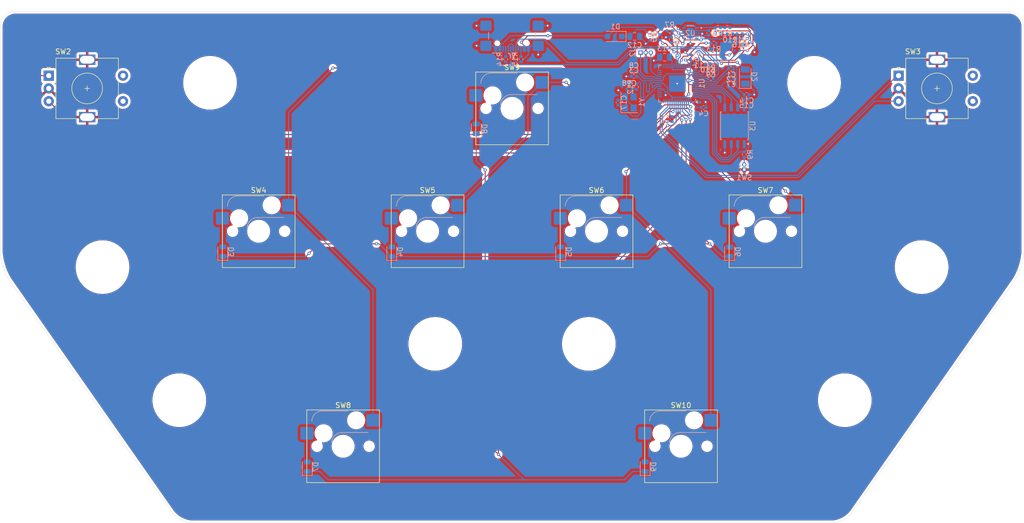
<source format=kicad_pcb>
(kicad_pcb (version 20240108) (generator "pcbnew") (generator_version "8.0")
  (layers (0 "F.Cu" signal) (31 "B.Cu" signal) (34 "B.Paste" user) (35 "F.Paste" user) (36 "B.SilkS" user "B.Silkscreen") (37 "F.SilkS" user "F.Silkscreen") (38 "B.Mask" user) (39 "F.Mask" user) (44 "Edge.Cuts" user))
  (net 0 "")
  (net 1 "+3V3")
  (net 2 "+1V1")
  (net 3 "Net-(U1-ADC_AVDD)")
  (net 4 "/VSYS")
  (net 5 "Net-(Q1-D)")
  (net 6 "Net-(C18-Pad1)")
  (net 7 "VBUS")
  (net 8 "Net-(D2-A)")
  (net 9 "ROW0")
  (net 10 "Net-(D3-A)")
  (net 11 "Net-(D4-A)")
  (net 12 "Net-(D5-A)")
  (net 13 "Net-(D6-A)")
  (net 14 "ROW1")
  (net 15 "Net-(D7-A)")
  (net 16 "Net-(D8-A)")
  (net 17 "Net-(D9-A)")
  (net 18 "/USB_DP")
  (net 19 "/USB_DM")
  (net 20 "Net-(J1-CC2)")
  (net 21 "Net-(J1-CC1)")
  (net 22 "Net-(J2-Pin_1)")
  (net 23 "Net-(J2-Pin_3)")
  (net 24 "Net-(U2-LX1)")
  (net 25 "Net-(U2-LX2)")
  (net 26 "/GPIO29_ADC3")
  (net 27 "Net-(R1-Pad1)")
  (net 28 "Net-(U1-USB_DP)")
  (net 29 "Net-(U1-USB_DM)")
  (net 30 "/GPIO24")
  (net 31 "Net-(U2-EN)")
  (net 32 "/GPIO23")
  (net 33 "Net-(R9-Pad1)")
  (net 34 "/QSPI_SS")
  (net 35 "/XOUT")
  (net 36 "Net-(U1-GPIO25)")
  (net 37 "ENC1B")
  (net 38 "ENC1A")
  (net 41 "ENC2A")
  (net 43 "ENC2B")
  (net 45 "COL0")
  (net 46 "COL1")
  (net 47 "COL2")
  (net 48 "COL3")
  (net 57 "/QSPI_SD2")
  (net 61 "/QSPI_SD3")
  (net 63 "/QSPI_SD1")
  (net 64 "/QSPI_SD0")
  (net 68 "/QSPI_SCLK")
  (net 71 "GND")
  (net 72 "/XIN")
  (footprint "PCM_Switch_Keyboard_Hotswap_Kailh:SW_Hotswap_Kailh_MX_1.50u" (layer "F.Cu") (at 118 96)
    (property "Reference" "SW4")
    (property "Value" "SW_Push")
  )
  (footprint "MountingHole:MountingHole_3.2mm_M3_ISO7380_Pad" (layer "F.Cu") (at 232.5 129)
    (property "Reference" "H6")
    (property "Value" "MountingHole")
  )
  (footprint "MountingHole:MountingHole_3.2mm_M3_ISO7380_Pad" (layer "F.Cu") (at 247.5 103)
    (property "Reference" "H4")
    (property "Value" "MountingHole")
  )
  (footprint "PCM_Switch_Keyboard_Hotswap_Kailh:SW_Hotswap_Kailh_MX_1.00u" (layer "F.Cu") (at 167.5 72)
    (property "Reference" "SW9")
    (property "Value" "SW_Push")
  )
  (footprint "MountingHole:MountingHole_3.2mm_M3_ISO7380_Pad" (layer "F.Cu") (at 108.5 67)
    (property "Reference" "H1")
    (property "Value" "MountingHole")
  )
  (footprint "MountingHole:MountingHole_3.2mm_M3_ISO7380_Pad" (layer "F.Cu") (at 226.5 67)
    (property "Reference" "H2")
    (property "Value" "MountingHole")
  )
  (footprint "PCM_Switch_Keyboard_Hotswap_Kailh:SW_Hotswap_Kailh_MX_1.50u" (layer "F.Cu") (at 217 96)
    (property "Reference" "SW7")
    (property "Value" "SW_Push")
  )
  (footprint "PCM_Switch_Keyboard_Hotswap_Kailh:SW_Hotswap_Kailh_MX_1.50u" (layer "F.Cu") (at 151 96)
    (property "Reference" "SW5")
    (property "Value" "SW_Push")
  )
  (footprint "PCM_Switch_Keyboard_Hotswap_Kailh:SW_Hotswap_Kailh_MX_2.25u" (layer "F.Cu") (at 134.5 138)
    (property "Reference" "SW8")
    (property "Value" "SW_Push")
  )
  (footprint "MountingHole:MountingHole_3.2mm_M3_ISO7380_Pad" (layer "F.Cu") (at 87.5 103)
    (property "Reference" "H3")
    (property "Value" "MountingHole")
  )
  (footprint "PCM_Switch_Keyboard_Hotswap_Kailh:SW_Hotswap_Kailh_MX_1.50u" (layer "F.Cu") (at 184 96)
    (property "Reference" "SW6")
    (property "Value" "SW_Push")
  )
  (footprint "PCM_Switch_Keyboard_Hotswap_Kailh:SW_Hotswap_Kailh_MX_2.25u" (layer "F.Cu") (at 200.5 138)
    (property "Reference" "SW10")
    (property "Value" "SW_Push")
  )
  (footprint "Rotary_Encoder:RotaryEncoder_Alps_EC11E-Switch_Vertical_H20mm" (layer "F.Cu") (at 243 65.6)
    (property "Reference" "SW3")
    (property "Value" "RotaryEncoder_Switch_MP")
  )
  (footprint "Rotary_Encoder:RotaryEncoder_Alps_EC11E-Switch_Vertical_H20mm" (layer "F.Cu") (at 77 65.6)
    (property "Reference" "SW2")
    (property "Value" "RotaryEncoder_Switch_MP")
  )
  (footprint "MountingHole:MountingHole_3.2mm_M3_ISO7380_Pad" (layer "F.Cu") (at 102.5 129)
    (property "Reference" "H5")
    (property "Value" "MountingHole")
  )
  (footprint "MountingHole:MountingHole_3.2mm_M3_ISO7380_Pad" (layer "F.Cu") (at 152.5 118)
    (property "Reference" "H7")
    (property "Value" "MountingHole")
  )
  (footprint "MountingHole:MountingHole_3.2mm_M3_ISO7380_Pad" (layer "F.Cu") (at 182.5 118)
    (property "Reference" "H8")
    (property "Value" "MountingHole")
  )
  (footprint "Capacitor_SMD:C_0402_1005Metric" (layer "B.Cu") (at 204.42 62.38)
    (property "Reference" "C11")
    (property "Value" "2u2")
  )
  (footprint "Resistor_SMD:R_0402_1005Metric" (layer "B.Cu") (at 196.4 58.11 -90)
    (property "Reference" "R5")
    (property "Value" "5K6")
  )
  (footprint "Capacitor_SMD:C_0402_1005Metric" (layer "B.Cu") (at 210.3 66.15)
    (property "Reference" "C7")
    (property "Value" "100n")
  )
  (footprint "footprints:10-WFDFN-EP_RIT" (layer "B.Cu") (at 202.3192 57.300001 180)
    (property "Reference" "U2")
    (property "Value" "RT6150B-33GQW")
  )
  (footprint "Capacitor_SMD:C_0402_1005Metric" (layer "B.Cu") (at 206.33 64.23)
    (property "Reference" "C9")
    (property "Value" "2u2")
  )
  (footprint "Resistor_SMD:R_0402_1005Metric" (layer "B.Cu") (at 191.8 67.8 -90)
    (property "Reference" "R12")
    (property "Value" "1K")
  )
  (footprint "Capacitor_SMD:C_0402_1005Metric" (layer "B.Cu") (at 202.35 61.98 90)
    (property "Reference" "C6")
    (property "Value" "100n")
  )
  (footprint "Diode_SMD:D_0805_2012Metric" (layer "B.Cu") (at 127.5 142 90)
    (property "Reference" "D7")
    (property "Value" "D")
  )
  (footprint "Diode_SMD:D_0805_2012Metric" (layer "B.Cu") (at 160.5 76 90)
    (property "Reference" "D8")
    (property "Value" "D")
  )
  (footprint "Capacitor_SMD:C_0402_1005Metric" (layer "B.Cu") (at 191.3 65.75 180)
    (property "Reference" "C3")
    (property "Value" "100n")
  )
  (footprint "Resistor_SMD:R_0402_1005Metric" (layer "B.Cu") (at 211.95 57.45)
    (property "Reference" "R11")
    (property "Value" "R")
  )
  (footprint "Connector_USB:USB_C_Receptacle_GCT_USB4110" (layer "B.Cu") (at 167.5 56.675)
    (property "Reference" "J1")
    (property "Value" "USB_C_Receptacle_USB2.0_14P")
  )
  (footprint "Resistor_SMD:R_0402_1005Metric" (layer "B.Cu") (at 210.09 57.45)
    (property "Reference" "R10")
    (property "Value" "R")
  )
  (footprint "Diode_SMD:D_0805_2012Metric" (layer "B.Cu") (at 210 100 90)
    (property "Reference" "D6")
    (property "Value" "D")
  )
  (footprint "Resistor_SMD:R_0402_1005Metric" (layer "B.Cu") (at 206.89 59.25)
    (property "Reference" "R13")
    (property "Value" "470R")
  )
  (footprint "Crystal:Crystal_SMD_3225-4Pin_3.2x2.5mm" (layer "B.Cu") (at 190.4 70.85 90)
    (property "Reference" "Y1")
    (property "Value" "Crystal_GND24")
  )
  (footprint "Diode_SMD:D_0805_2012Metric" (layer "B.Cu") (at 111 100 90)
    (property "Reference" "D3")
    (property "Value" "D")
  )
  (footprint "Diode_SMD:D_0805_2012Metric" (layer "B.Cu") (at 144 100 90)
    (property "Reference" "D4")
    (property "Value" "D")
  )
  (footprint "Capacitor_SMD:C_0402_1005Metric" (layer "B.Cu") (at 213.3 70.25)
    (property "Reference" "C15")
    (property "Value" "100n")
  )
  (footprint "Package_DFN_QFN:QFN-56-1EP_7x7mm_P0.4mm_EP3.2x3.2mm" (layer "B.Cu") (at 199.75 67.15 90)
    (property "Reference" "U1")
    (property "Value" "RP2040")
  )
  (footprint "Capacitor_SMD:C_0805_2012Metric" (layer "B.Cu") (at 197.3 62 180)
    (property "Reference" "C13")
    (property "Value" "47u")
  )
  (footprint "Capacitor_SMD:C_0805_2012Metric" (layer "B.Cu") (at 191.45 57.95)
    (property "Reference" "C12")
    (property "Value" "47u")
  )
  (footprint "Resistor_SMD:R_0402_1005Metric" (layer "B.Cu") (at 195 58.6 180)
    (property "Reference" "R6")
    (property "Value" "10K")
  )
  (footprint "Capacitor_SMD:C_0402_1005Metric" (layer "B.Cu") (at 210.3 65.2)
    (property "Reference" "C2")
    (property "Value" "100n")
  )
  (footprint "Resistor_SMD:R_0402_1005Metric" (layer "B.Cu") (at 206.33 66.15 180)
    (property "Reference" "R3")
    (property "Value" "27R")
  )
  (footprint "Diode_SMD:D_0805_2012Metric" (layer "B.Cu") (at 193.5 142 90)
    (property "Reference" "D9")
    (property "Value" "D")
  )
  (footprint "Resistor_SMD:R_0402_1005Metric" (layer "B.Cu") (at 169.25 62.39 -90)
    (property "Reference" "R15")
    (property "Value" "56K")
  )
  (footprint "Resistor_SMD:R_0402_1005Metric" (layer "B.Cu") (at 198.29 56.85 180)
    (property "Reference" "R7")
    (property "Value" "100K")
  )
  (footprint "Package_TO_SOT_SMD:SOT-523" (layer "B.Cu") (at 211.44 60.045 90)
    (property "Reference" "Q1")
    (property "Value" "DMG1012T")
  )
  (footprint "LED_SMD:LED_1206_3216Metric" (layer "B.Cu") (at 213.05 65.8 90)
    (property "Reference" "D2")
    (property "Value" "LED")
  )
  (footprint "Connector_PinHeader_1.00mm:PinHeader_1x02_P1.00mm_Vertical" (layer "B.Cu") (at 212.85 83.96)
    (property "Reference" "SW1")
    (property "Value" "SW_Push")
  )
  (footprint "Resistor_SMD:R_0402_1005Metric" (layer "B.Cu") (at 207.71 56.2)
    (property "Reference" "R2")
    (property "Value" "200R")
  )
  (footprint "Resistor_SMD:R_0402_1005Metric" (layer "B.Cu") (at 206.33 65.2 180)
    (property "Reference" "R4")
    (property "Value" "27R")
  )
  (footprint "Package_SO:SOIC-8_5.23x5.23mm_P1.27mm" (layer "B.Cu") (at 210.95 75.4 90)
    (property "Reference" "U3")
    (property "Value" "W25Q16JVSS")
  )
  (footprint "Resistor_SMD:R_0402_1005Metric" (layer "B.Cu") (at 212.85 81 90)
    (property "Reference" "R9")
    (property "Value" "1K")
  )
  (footprint "Capacitor_SMD:C_0402_1005Metric" (layer "B.Cu") (at 204.92 71.85)
    (property "Reference" "C4")
    (property "Value" "100n")
  )
  (footprint "Capacitor_SMD:C_0402_1005Metric" (layer "B.Cu") (at 205.72 63.3)
    (property "Reference" "C10")
    (property "Value" "2u2")
  )
  (footprint "Resistor_SMD:R_0402_1005Metric" (layer "B.Cu") (at 198.6 58.6 90)
    (property "Reference" "R8")
    (property "Value" "100K")
  )
  (footprint "Capacitor_SMD:C_0402_1005Metric" (layer "B.Cu") (at 211.95 58.4)
    (property "Reference" "C16")
    (property "Value" "1n")
  )
  (footprint "Resistor_SMD:R_0402_1005Metric" (layer "B.Cu") (at 166.25 62.39 -90)
    (property "Reference" "R14")
    (property "Value" "56K")
  )
  (footprint "Capacitor_SMD:C_0402_1005Metric" (layer "B.Cu") (at 198.75 74.1 -90)
    (property "Reference" "C5")
    (property "Value" "100n")
  )
  (footprint "Capacitor_SMD:C_0402_1005Metric" (layer "B.Cu") (at 210.3 64.25)
    (property "Reference" "C1")
    (property "Value" "100n")
  )
  (footprint "Capacitor_SMD:C_0402_1005Metric" (layer "B.Cu") (at 213.3 69.3)
    (property "Reference" "C14")
    (property "Value" "2u2")
  )
  (footprint "Capacitor_SMD:C_0402_1005Metric" (layer "B.Cu") (at 190.4 68.25 180)
    (property "Reference" "C18")
    (property "Value" "15p")
  )
  (footprint "Diode_SMD:D_0805_2012Metric" (layer "B.Cu") (at 177 100 90)
    (property "Reference" "D5")
    (property "Value" "D")
  )
  (footprint "Capacitor_SMD:C_0402_1005Metric" (layer "B.Cu") (at 188.2 70.85 90)
    (property "Reference" "C17")
    (property "Value" "15p")
  )
  (footprint "Connector_PinHeader_1.00mm:PinHeader_1x03_P1.00mm_Vertical" (layer "B.Cu") (at 192.6 61.1 -90)
    (property "Reference" "J2")
    (property "Value" "Conn_01x03")
  )
  (footprint "Capacitor_SMD:C_0402_1005Metric" (layer "B.Cu") (at 205.9 57.3 90)
    (property "Reference" "L1")
    (property "Value" "2u2")
  )
  (footprint "Resistor_SMD:R_0402_1005Metric" (layer "B.Cu") (at 209.57 56.2)
    (property "Reference" "R1")
    (property "Value" "1R")
  )
  (footprint "Diode_SMD:D_SOD-123F" (layer "B.Cu") (at 187.55 57.95 180)
    (property "Reference" "D1")
    (property "Value" "D_Schottky")
  )
  (footprint "Capacitor_SMD:C_0402_1005Metric" (layer "B.Cu") (at 191.3 64.8 180)
    (property "Reference" "C8")
    (property "Value" "100n")
  )
  (gr_line (start 265.779613 105.457695) (end 234.220386 150.542304) (stroke (width 0.05)) (layer "Edge.Cuts"))
  (gr_line (start 70.5 53) (end 264.5 53) (stroke (width 0.05)) (layer "Edge.Cuts"))
  (gr_line (start 67.500002 100) (end 67.5 56) (stroke (width 0.05)) (layer "Edge.Cuts"))
  (gr_arc (start 105.5 152.999999) (mid 102.8177 152.389808) (end 100.779614 150.542304) (stroke (width 0.05)) (layer "Edge.Cuts"))
  (gr_arc (start 69.220388 105.457695) (mid 68.038736 102.830179) (end 67.500002 100) (stroke (width 0.05)) (layer "Edge.Cuts"))
  (gr_arc (start 67.5 56) (mid 68.37868 53.87868) (end 70.5 53) (stroke (width 0.05)) (layer "Edge.Cuts"))
  (gr_arc (start 264.5 53) (mid 266.62132 53.87868) (end 267.5 56) (stroke (width 0.05)) (layer "Edge.Cuts"))
  (gr_line (start 229.5 152.999999) (end 105.5 152.999999) (stroke (width 0.05)) (layer "Edge.Cuts"))
  (gr_arc (start 267.499999 100) (mid 266.961265 102.830179) (end 265.779613 105.457695) (stroke (width 0.05)) (layer "Edge.Cuts"))
  (gr_line (start 100.779614 150.542304) (end 69.220388 105.457695) (stroke (width 0.05)) (layer "Edge.Cuts"))
  (gr_line (start 267.5 56) (end 267.499999 100) (stroke (width 0.05)) (layer "Edge.Cuts"))
  (gr_arc (start 234.220386 150.542304) (mid 232.1823 152.389808) (end 229.5 152.999999) (stroke (width 0.05)) (layer "Edge.Cuts"))
  (segment (start 202.25 66.55) (end 202 66.8) (width 0.2) (layer "F.Cu") (net 1))
  (segment (start 213.698529 56.85) (end 214.55 57.701471) (width 0.2) (layer "F.Cu") (net 1))
  (segment (start 214.55 57.701471) (end 214.55 59.65) (width 0.2) (layer "F.Cu") (net 1))
  (segment (start 207.6 56.85) (end 213.698529 56.85) (width 0.2) (layer "F.Cu") (net 1))
  (segment (start 202.05 66.35) (end 202.25 66.55) (width 0.2) (layer "F.Cu") (net 1))
  (segment (start 214.55 59.65) (end 213.5 60.7) (width 0.2) (layer "F.Cu") (net 1))
  (segment (start 207.2 57.25) (end 207.6 56.85) (width 0.2) (layer "F.Cu") (net 1))
  (segment (start 202.05 64.85) (end 202.05 66.35) (width 0.2) (layer "F.Cu") (net 1))
  (segment (start 202 66.8) (end 202 69.2) (width 0.2) (layer "F.Cu") (net 1))
  (via (at 207.2 57.25) (size 0.6) (drill 0.3) (layers "F.Cu" "B.Cu") (net 1))
  (via (at 202.25 66.55) (size 0.6) (drill 0.3) (layers "F.Cu" "B.Cu") (net 1))
  (via (at 202.05 64.85) (size 0.6) (drill 0.3) (layers "F.Cu" "B.Cu") (net 1))
  (via (at 213.5 60.7) (size 0.6) (drill 0.3) (layers "F.Cu" "B.Cu") (net 1))
  (via (at 202 69.2) (size 0.6) (drill 0.3) (layers "F.Cu" "B.Cu") (net 1))
  (segment (start 205.281076 66.55) (end 205.501076 66.77) (width 0.2) (layer "B.Cu") (net 1))
  (segment (start 211.94 60.69) (end 209.82 62.81) (width 0.2) (layer "B.Cu") (net 1))
  (segment (start 202.25 66.55) (end 203.1875 66.55) (width 0.2) (layer "B.Cu") (net 1))
  (segment (start 207.2 56.2) (end 203.6384 56.2) (width 0.2) (layer "B.Cu") (net 1))
  (segment (start 201.1 56.1) (end 201.5 55.7) (width 0.2) (layer "B.Cu") (net 1))
  (segment (start 197.85 68.900001) (end 198.75 69.800001) (width 0.2) (layer "B.Cu") (net 1))
  (segment (start 211.35 67.83) (end 211.36 67.82) (width 0.2) (layer "B.Cu") (net 1))
  (segment (start 195.215686 66.95) (end 194.865686 66.6) (width 0.2) (layer "B.Cu") (net 1))
  (segment (start 201.5 55.7) (end 202.9384 55.7) (width 0.2) (layer "B.Cu") (net 1))
  (segment (start 202.9384 55.7) (end 203.5384 56.3) (width 0.2) (layer "B.Cu") (net 1))
  (segment (start 201.1 56.3) (end 201.1 56.1) (width 0.2) (layer "B.Cu") (net 1))
  (segment (start 211.95 60.7) (end 211.94 60.69) (width 0.2) (layer "B.Cu") (net 1))
  (segment (start 211.36 63.893866) (end 211.106134 63.64) (width 0.2) (layer "B.Cu") (net 1))
  (segment (start 192.95 66.6) (end 192.1 65.75) (width 0.2) (layer "B.Cu") (net 1))
  (segment (start 210.43 63.64) (end 209.82 64.25) (width 0.2) (layer "B.Cu") (net 1))
  (segment (start 212.82 69.3) (end 211.35 67.83) (width 0.2) (layer "B.Cu") (net 1))
  (segment (start 198.3 72.4) (end 198.3 73.17) (width 0.2) (layer "B.Cu") (net 1))
  (segment (start 205.24 63.3) (end 205.24 63.61) (width 0.2) (layer "B.Cu") (net 1))
  (segment (start 203.1875 66.55) (end 203.1875 66.95) (width 0.2) (layer "B.Cu") (net 1))
  (segment (start 203.6125 71.85) (end 204.44 71.85) (width 0.2) (layer "B.Cu") (net 1))
  (segment (start 203.1875 66.55) (end 205.281076 66.55) (width 0.2) (layer "B.Cu") (net 1))
  (segment (start 212.855 71.8) (end 212.855 69.335) (width 0.2) (layer "B.Cu") (net 1))
  (segment (start 207.18 66.77) (end 209.7 64.25) (width 0.2) (layer "B.Cu") (net 1))
  (segment (start 198.75 69.800001) (end 198.75 70.5875) (width 0.2) (layer "B.Cu") (net 1))
  (segment (start 202.15 64.95) (end 202.05 64.85) (width 0.2) (layer "B.Cu") (net 1))
  (segment (start 213.5 60.7) (end 211.95 60.7) (width 0.2) (layer "B.Cu") (net 1))
  (segment (start 211.36 67.82) (end 211.36 63.893866) (width 0.2) (layer "B.Cu") (net 1))
  (segment (start 198.75 64.24636) (end 198.75 63.7125) (width 0.2) (layer "B.Cu") (net 1))
  (segment (start 205.24 63.61) (end 203.9 64.95) (width 0.2) (layer "B.Cu") (net 1))
  (segment (start 209.82 62.81) (end 209.82 64.25) (width 0.2) (layer "B.Cu") (net 1))
  (segment (start 203.1875 66.95) (end 205.1 66.95) (width 0.2) (layer "B.Cu") (net 1))
  (segment (start 196.3125 66.95) (end 195.215686 66.95) (width 0.2) (layer "B.Cu") (net 1))
  (segment (start 198.75 70.5875) (end 198.75 71.95) (width 0.2) (layer "B.Cu") (net 1))
  (segment (start 198.75 63.7125) (end 198.75 62.5) (width 0.2) (layer "B.Cu") (net 1))
  (segment (start 203.6384 56.2) (end 203.5384 56.3) (width 0.2) (layer "B.Cu") (net 1))
  (segment (start 201.35 69.85) (end 200.7 69.85) (width 0.2) (layer "B.Cu") (net 1))
  (segment (start 202.35 63.7125) (end 202.35 62.46) (width 0.2) (layer "B.Cu") (net 1))
  (segment (start 198.75 62.5) (end 198.25 62) (width 0.2) (layer "B.Cu") (net 1))
  (segment (start 196.84636 66.95) (end 197.85 67.95364) (width 0.2) (layer "B.Cu") (net 1))
  (segment (start 202.05 64.85) (end 201.65 64.45) (width 0.2) (layer "B.Cu") (net 1))
  (segment (start 198.75 71.95) (end 198.3 72.4) (width 0.2) (layer "B.Cu") (net 1))
  (segment (start 202.35 70.5875) (end 203.6125 71.85) (width 0.2) (layer "B.Cu") (net 1))
  (segment (start 202 69.2) (end 201.35 69.85) (width 0.2) (layer "B.Cu") (net 1))
  (segment (start 202.35 64.55) (end 202.05 64.85) (width 0.2) (layer "B.Cu") (net 1))
  (segment (start 207.35 67.2) (end 209.35 65.2) (width 0.2) (layer "B.Cu") (net 1))
  (segment (start 198.95364 64.45) (end 198.75 64.24636) (width 0.2) (layer "B.Cu") (net 1))
  (segment (start 202.35 70.05364) (end 202.35 70.5875) (width 0.2) (layer "B.Cu") (net 1))
  (segment (start 205.1 66.95) (end 205.35 67.2) (width 0.2) (layer "B.Cu") (net 1))
  (segment (start 198.75 70.5875) (end 198.75 70.05364) (width 0.2) (layer "B.Cu") (net 1))
  (segment (start 205.35 67.2) (end 207.35 67.2) (width 0.2) (layer "B.Cu") (net 1))
  (segment (start 201.65 64.45) (end 198.95364 64.45) (width 0.2) (layer "B.Cu") (net 1))
  (segment (start 200.7 69.85) (end 202.14636 69.85) (width 0.2) (layer "B.Cu") (net 1))
  (segment (start 209.7 64.25) (end 209.82 64.25) (width 0.2) (layer "B.Cu") (net 1))
  (segment (start 198.3 73.17) (end 198.75 73.62) (width 0.2) (layer "B.Cu") (net 1))
  (segment (start 207.2 56.2) (end 207.2 57.25) (width 0.2) (layer "B.Cu") (net 1))
  (segment (start 203.9 64.95) (end 203.1875 64.95) (width 0.2) (layer "B.Cu") (net 1))
  (segment (start 192.1 65.75) (end 191.78 65.75) (width 0.2) (layer "B.Cu") (net 1))
  (segment (start 198.75 70.05364) (end 198.95364 69.85) (width 0.2) (layer "B.Cu") (net 1))
  (segment (start 202.35 63.7125) (end 202.35 64.55) (width 0.2) (layer "B.Cu") (net 1))
  (segment (start 203.1875 64.95) (end 202.15 64.95) (width 0.2) (layer "B.Cu") (net 1))
  (segment (start 205.501076 66.77) (end 207.18 66.77) (width 0.2) (layer "B.Cu") (net 1))
  (segment (start 209.35 65.2) (end 209.82 65.2) (width 0.2) (layer "B.Cu") (net 1))
  (segment (start 197.85 67.95364) (end 197.85 68.900001) (width 0.2) (layer "B.Cu") (net 1))
  (segment (start 212.855 69.335) (end 212.82 69.3) (width 0.2) (layer "B.Cu") (net 1))
  (segment (start 196.3125 66.95) (end 196.84636 66.95) (width 0.2) (layer "B.Cu") (net 1))
  (segment (start 211.106134 63.64) (end 210.43 63.64) (width 0.2) (layer "B.Cu") (net 1))
  (segment (start 198.95364 69.85) (end 200.7 69.85) (width 0.2) (layer "B.Cu") (net 1))
  (segment (start 194.865686 66.6) (end 192.95 66.6) (width 0.2) (layer "B.Cu") (net 1))
  (segment (start 202.14636 69.85) (end 202.35 70.05364) (width 0.2) (layer "B.Cu") (net 1))
  (segment (start 197.05 66.34636) (end 197.05 65.9) (width 0.2) (layer "B.Cu") (net 2))
  (segment (start 197.7 65.25) (end 201.601471 65.25) (width 0.2) (layer "B.Cu") (net 2))
  (segment (start 205.184314 67.6) (end 208.37 67.6) (width 0.2) (layer "B.Cu") (net 2))
  (segment (start 201.65 66.798529) (end 202.201471 67.35) (width 0.2) (layer "B.Cu") (net 2))
  (segment (start 196.84636 66.55) (end 197.05 66.34636) (width 0.2) (layer "B.Cu") (net 2))
  (segment (start 196.3125 66.55) (end 195.381372 66.55) (width 0.2) (layer "B.Cu") (net 2))
  (segment (start 195.381372 66.55) (end 195.031372 66.2) (width 0.2) (layer "B.Cu") (net 2))
  (segment (start 203.1875 67.35) (end 204.934314 67.35) (width 0.2) (layer "B.Cu") (net 2))
  (segment (start 197.05 65.9) (end 197.7 65.25) (width 0.2) (layer "B.Cu") (net 2))
  (segment (start 202.501471 65.45) (end 202.601471 65.35) (width 0.2) (layer "B.Cu") (net 2))
  (segment (start 201.65 66.301471) (end 201.65 66.798529) (width 0.2) (layer "B.Cu") (net 2))
  (segment (start 208.37 67.6) (end 209.82 66.15) (width 0.2) (layer "B.Cu") (net 2))
  (segment (start 191.9 64.8) (end 191.78 64.8) (width 0.2) (layer "B.Cu") (net 2))
  (segment (start 195.031372 66.2) (end 193.3 66.2) (width 0.2) (layer "B.Cu") (net 2))
  (segment (start 204.934314 67.35) (end 205.184314 67.6) (width 0.2) (layer "B.Cu") (net 2))
  (segment (start 202.601471 65.35) (end 201.65 66.301471) (width 0.2) (layer "B.Cu") (net 2))
  (segment (start 202.201471 67.35) (end 203.1875 67.35) (width 0.2) (layer "B.Cu") (net 2))
  (segment (start 205.85 64.23) (end 204.73 65.35) (width 0.2) (layer "B.Cu") (net 2))
  (segment (start 193.3 66.2) (end 191.9 64.8) (width 0.2) (layer "B.Cu") (net 2))
  (segment (start 201.601471 65.25) (end 201.801471 65.45) (width 0.2) (layer "B.Cu") (net 2))
  (segment (start 196.3125 66.55) (end 196.84636 66.55) (width 0.2) (layer "B.Cu") (net 2))
  (segment (start 204.73 65.35) (end 203.1875 65.35) (width 0.2) (layer "B.Cu") (net 2))
  (segment (start 201.801471 65.45) (end 202.501471 65.45) (width 0.2) (layer "B.Cu") (net 2))
  (segment (start 202.601471 65.35) (end 203.1875 65.35) (width 0.2) (layer "B.Cu") (net 2))
  (segment (start 203.95 61.35) (end 205.2 62.6) (width 0.2) (layer "F.Cu") (net 3))
  (segment (start 211.05 62.6) (end 212.7 60.95) (width 0.2) (layer "F.Cu") (net 3))
  (segment (start 212.7 59.1) (end 213.45 58.35) (width 0.2) (layer "F.Cu") (net 3))
  (segment (start 205.2 62.6) (end 211.05 62.6) (width 0.2) (layer "F.Cu") (net 3))
  (segment (start 212.7 60.95) (end 212.7 59.1) (width 0.2) (layer "F.Cu") (net 3))
  (via (at 203.95 61.35) (size 0.6) (drill 0.3) (layers "F.Cu" "B.Cu") (net 3))
  (via (at 213.45 58.35) (size 0.6) (drill 0.3) (layers "F.Cu" "B.Cu") (net 3))
  (segment (start 203.94 61.36) (end 203.95 61.35) (width 0.2) (layer "B.Cu") (net 3))
  (segment (start 213.45 58.35) (end 214.05 57.75) (width 0.2) (layer "B.Cu") (net 3))
  (segment (start 203.94 63.7975) (end 203.1875 64.55) (width 0.2) (layer "B.Cu") (net 3))
  (segment (start 203.94 62.38) (end 203.94 63.7975) (width 0.2) (layer "B.Cu") (net 3))
  (segment (start 203.94 62.38) (end 203.94 61.36) (width 0.2) (layer "B.Cu") (net 3))
  (segment (start 213.45 56.2) (end 210.08 56.2) (width 0.2) (layer "B.Cu") (net 3))
  (segment (start 214.05 56.8) (end 213.45 56.2) (width 0.2) (layer "B.Cu") (net 3))
  (segment (start 214.05 57.75) (end 214.05 56.8) (width 0.2) (layer "B.Cu") (net 3))
  (segment (start 198.80909 56.1) (end 197 56.1) (width 0.2) (layer "F.Cu") (net 4))
  (segment (start 201.32909 58.62) (end 199.993556 57.284466) (width 0.2) (layer "F.Cu") (net 4))
  (segment (start 195.4 57.7) (end 194.45 57.7) (width 0.2) (layer "F.Cu") (net 4))
  (segment (start 199.993556 57.284466) (end 198.80909 56.1) (width 0.2) (layer "F.Cu") (net 4))
  (segment (start 204.416624 58.62) (end 201.32909 58.62) (width 0.2) (layer "F.Cu") (net 4))
  (segment (start 197 56.1) (end 195.4 57.7) (width 0.2) (layer "F.Cu") (net 4))
  (via (at 194.45 57.7) (size 0.6) (drill 0.3) (layers "F.Cu" "B.Cu") (net 4))
  (via (at 199.993556 57.284466) (size 0.6) (drill 0.3) (layers "F.Cu" "B.Cu") (net 4))
  (via (at 204.416624 58.62) (size 0.6) (drill 0.3) (layers "F.Cu" "B.Cu") (net 4))
  (segment (start 188.95 57.95) (end 190.5 57.95) (width 0.2) (layer "B.Cu") (net 4))
  (segment (start 191.9 56.55) (end 193.3 56.55) (width 0.2) (layer "B.Cu") (net 4))
  (segment (start 199.55909 56.85) (end 199.993556 57.284466) (width 0.2) (layer "B.Cu") (net 4))
  (segment (start 198.8 56.85) (end 199.55909 56.85) (width 0.2) (layer "B.Cu") (net 4))
  (segment (start 208.61 58.42) (end 209.58 57.45) (width 0.2) (layer "B.Cu") (net 4))
  (segment (start 200.009091 57.300001) (end 199.993556 57.284466) (width 0.2) (layer "B.Cu") (net 4))
  (segment (start 204.616624 58.42) (end 208.61 58.42) (width 0.2) (layer "B.Cu") (net 4))
  (segment (start 204.416624 58.62) (end 204.616624 58.42) (width 0.2) (layer "B.Cu") (net 4))
  (segment (start 193.3 56.55) (end 194.45 57.7) (width 0.2) (layer "B.Cu") (net 4))
  (segment (start 203.858398 58.62) (end 203.5384 58.300002) (width 0.2) (layer "B.Cu") (net 4))
  (segment (start 204.416624 58.62) (end 203.858398 58.62) (width 0.2) (layer "B.Cu") (net 4))
  (segment (start 190.5 57.95) (end 191.9 56.55) (width 0.2) (layer "B.Cu") (net 4))
  (segment (start 201.1 57.300001) (end 200.009091 57.300001) (width 0.2) (layer "B.Cu") (net 4))
  (segment (start 211.44 59.4) (end 211.44 57.45) (width 0.2) (layer "B.Cu") (net 5))
  (segment (start 210.6 57.45) (end 211.44 57.45) (width 0.2) (layer "B.Cu") (net 5))
  (segment (start 190.88 69.38) (end 191.25 69.75) (width 0.2) (layer "B.Cu") (net 6))
  (segment (start 190.94 68.31) (end 190.88 68.25) (width 0.2) (layer "B.Cu") (net 6))
  (segment (start 191.8 68.31) (end 190.94 68.31) (width 0.2) (layer "B.Cu") (net 6))
  (segment (start 190.88 68.25) (end 190.88 69.38) (width 0.2) (layer "B.Cu") (net 6))
  (segment (start 170.60306 57.8) (end 174.5 57.8) (width 0.2) (layer "F.Cu") (net 7))
  (segment (start 169.32306 59.08) (end 170.60306 57.8) (width 0.2) (layer "F.Cu") (net 7))
  (via (at 174.5 57.8) (size 0.6) (drill 0.3) (layers "F.Cu" "B.Cu") (net 7))
  (via (at 169.32306 59.08) (size 0.6) (drill 0.3) (layers "F.Cu" "B.Cu") (net 7))
  (segment (start 165.1 60.355) (end 165.1 59.89759) (width 0.2) (layer "B.Cu") (net 7))
  (segment (start 165.1 59.89759) (end 167.19759 57.8) (width 0.2) (layer "B.Cu") (net 7))
  (segment (start 169.9 59.780001) (end 169.32306 59.203061) (width 0.2) (layer "B.Cu") (net 7))
  (segment (start 194.95 56.15) (end 196.4 57.6) (width 0.2) (layer "B.Cu") (net 7))
  (segment (start 186.15 57.95) (end 187.95 56.15) (width 0.2) (layer "B.Cu") (net 7))
  (segment (start 187.95 56.15) (end 194.95 56.15) (width 0.2) (layer "B.Cu") (net 7))
  (segment (start 174.5 57.8) (end 186 57.8) (width 0.2) (layer "B.Cu") (net 7))
  (segment (start 186 57.8) (end 186.15 57.95) (width 0.2) (layer "B.Cu") (net 7))
  (segment (start 169.32306 59.203061) (end 169.32306 59.08) (width 0.2) (layer "B.Cu") (net 7))
  (segment (start 169.9 60.355) (end 169.9 59.780001) (width 0.2) (layer "B.Cu") (net 7))
  (segment (start 167.19759 57.8) (end 174.5 57.8) (width 0.2) (layer "B.Cu") (net 7))
  (segment (start 210.5 63) (end 211.5 63) (width 0.2) (layer "F.Cu") (net 8))
  (segment (start 208.600124 63) (end 210.55 63) (width 0.2) (layer "F.Cu") (net 8))
  (segment (start 210.55 63) (end 210.5 63) (width 0.2) (layer "F.Cu") (net 8))
  (segment (start 208.399999 63.200125) (end 208.600124 63) (width 0.2) (layer "F.Cu") (net 8))
  (via (at 208.399999 63.200125) (size 0.6) (drill 0.3) (layers "F.Cu" "B.Cu") (net 8))
  (via (at 211.5 63) (size 0.6) (drill 0.3) (layers "F.Cu" "B.Cu") (net 8))
  (segment (start 211.5 63) (end 212.9 64.4) (width 0.2) (layer "B.Cu") (net 8))
  (segment (start 212.9 64.4) (end 213.05 64.4) (width 0.2) (layer "B.Cu") (net 8))
  (segment (start 207.4 59.25) (end 207.4 62.200126) (width 0.2) (layer "B.Cu") (net 8))
  (segment (start 207.4 62.200126) (end 208.399999 63.200125) (width 0.2) (layer "B.Cu") (net 8))
  (segment (start 129.7 98.45) (end 127.85 100.3) (width 0.2) (layer "F.Cu") (net 9))
  (segment (start 201.5 93.85) (end 206.1 98.45) (width 0.2) (layer "F.Cu") (net 9))
  (segment (start 201.5 93.85) (end 201.5 74.2) (width 0.2) (layer "F.Cu") (net 9))
  (segment (start 141 98.45) (end 129.7 98.45) (width 0.2) (layer "F.Cu") (net 9))
  (segment (start 206.1 98.45) (end 196.5 98.45) (width 0.2) (layer "F.Cu") (net 9))
  (via (at 206.1 98.45) (size 0.6) (drill 0.3) (layers "F.Cu" "B.Cu") (net 9))
  (via (at 127.85 100.3) (size 0.6) (drill 0.3) (layers "F.Cu" "B.Cu") (net 9))
  (via (at 141 98.45) (size 0.6) (drill 0.3) (layers "F.Cu" "B.Cu") (net 9))
  (via (at 196.5 98.45) (size 0.6) (drill 0.3) (layers "F.Cu" "B.Cu") (net 9))
  (via (at 201.5 74.2) (size 0.6) (drill 0.3) (layers "F.Cu" "B.Cu") (net 9))
  (segment (start 141.035 98.485) (end 141 98.45) (width 0.2) (layer "B.Cu") (net 9))
  (segment (start 200.35 70.5875) (end 200.35 73.05) (width 0.2) (layer "B.Cu") (net 9))
  (segment (start 141.5125 98.45) (end 144 100.9375) (width 0.2) (layer "B.Cu") (net 9))
  (segment (start 200.35 73.05) (end 201.5 74.2) (width 0.2) (layer "B.Cu") (net 9))
  (segment (start 194.0125 100.9375) (end 196.5 98.45) (width 0.2) (layer "B.Cu") (net 9))
  (segment (start 208.5875 100.9375) (end 210 100.9375) (width 0.2) (layer "B.Cu") (net 9))
  (segment (start 206.1 98.45) (end 208.5875 100.9375) (width 0.2) (layer "B.Cu") (net 9))
  (segment (start 177 100.9375) (end 194.0125 100.9375) (width 0.2) (layer "B.Cu") (net 9))
  (segment (start 127.2125 100.9375) (end 127.85 100.3) (width 0.2) (layer "B.Cu") (net 9))
  (segment (start 111 100.9375) (end 127.2125 100.9375) (width 0.2) (layer "B.Cu") (net 9))
  (segment (start 144 100.9375) (end 177 100.9375) (width 0.2) (layer "B.Cu") (net 9))
  (segment (start 141 98.45) (end 141.5125 98.45) (width 0.2) (layer "B.Cu") (net 9))
  (segment (start 111 93.545) (end 110.915 93.46) (width 0.2) (layer "B.Cu") (net 10))
  (segment (start 111 99.0625) (end 111 93.545) (width 0.2) (layer "B.Cu") (net 10))
  (segment (start 144 93.545) (end 143.915 93.46) (width 0.2) (layer "B.Cu") (net 11))
  (segment (start 144 99.0625) (end 144 93.545) (width 0.2) (layer "B.Cu") (net 11))
  (segment (start 177 93.545) (end 176.915 93.46) (width 0.2) (layer "B.Cu") (net 12))
  (segment (start 177 99.0625) (end 177 93.545) (width 0.2) (layer "B.Cu") (net 12))
  (segment (start 210 93.545) (end 209.915 93.46) (width 0.2) (layer "B.Cu") (net 13))
  (segment (start 210 99.0625) (end 210 93.545) (width 0.2) (layer "B.Cu") (net 13))
  (segment (start 164.85 125.2) (end 164.85 139.6) (width 0.2) (layer "F.Cu") (net 14))
  (segment (start 200.684313 89.365687) (end 164.85 125.2) (width 0.2) (layer "F.Cu") (net 14))
  (segment (start 200.65 74.3) (end 200.684313 74.334313) (width 0.2) (layer "F.Cu") (net 14))
  (segment (start 162.25 137) (end 164.85 139.6) (width 0.2) (layer "F.Cu") (net 14))
  (segment (start 200.684313 89.365687) (end 200.65 89.331374) (width 0.2) (layer "F.Cu") (net 14))
  (segment (start 162.25 84.05) (end 162.25 137) (width 0.2) (layer "F.Cu") (net 14))
  (segment (start 200.65 89.331374) (end 200.65 74.3) (width 0.2) (layer "F.Cu") (net 14))
  (via (at 200.65 74.3) (size 0.6) (drill 0.3) (layers "F.Cu" "B.Cu") (net 14))
  (via (at 164.85 139.6) (size 0.6) (drill 0.3) (layers "F.Cu" "B.Cu") (net 14))
  (via (at 162.25 84.05) (size 0.6) (drill 0.3) (layers "F.Cu" "B.Cu") (net 14))
  (segment (start 199.95 73.6) (end 200.65 74.3) (width 0.2) (layer "B.Cu") (net 14))
  (segment (start 160.5 76.9375) (end 160.5 82.3) (width 0.2) (layer "B.Cu") (net 14))
  (segment (start 170.3 144.55) (end 189.435 144.55) (width 0.2) (layer "B.Cu") (net 14))
  (segment (start 191.0475 142.9375) (end 189.435 144.55) (width 0.2) (layer "B.Cu") (net 14))
  (segment (start 164.85 139.6) (end 169.8 144.55) (width 0.2) (layer "B.Cu") (net 14))
  (segment (start 127.5 142.9375) (end 129.9525 142.9375) (width 0.2) (layer "B.Cu") (net 14))
  (segment (start 169.8 144.55) (end 170.3 144.55) (width 0.2) (layer "B.Cu") (net 14))
  (segment (start 199.95 70.5875) (end 199.95 73.6) (width 0.2) (layer "B.Cu") (net 14))
  (segment (start 160.5 82.3) (end 162.25 84.05) (width 0.2) (layer "B.Cu") (net 14))
  (segment (start 131.565 144.55) (end 170.3 144.55) (width 0.2) (layer "B.Cu") (net 14))
  (segment (start 193.5 142.9375) (end 191.0475 142.9375) (width 0.2) (layer "B.Cu") (net 14))
  (segment (start 129.9525 142.9375) (end 131.565 144.55) (width 0.2) (layer "B.Cu") (net 14))
  (segment (start 127.5 135.545) (end 127.415 135.46) (width 0.2) (layer "B.Cu") (net 15))
  (segment (start 127.5 141.0625) (end 127.5 135.545) (width 0.2) (layer "B.Cu") (net 15))
  (segment (start 160.5 75.0625) (end 160.5 69.545) (width 0.2) (layer "B.Cu") (net 16))
  (segment (start 160.5 69.545) (end 160.415 69.46) (width 0.2) (layer "B.Cu") (net 16))
  (segment (start 193.5 135.545) (end 193.415 135.46) (width 0.2) (layer "B.Cu") (net 17))
  (segment (start 193.5 141.0625) (end 193.5 135.545) (width 0.2) (layer "B.Cu") (net 17))
  (segment (start 207.8 65.19) (end 207.8 63.198629) (width 0.2) (layer "B.Cu") (net 18))
  (segment (start 167.25 60.96241) (end 167.51759 61.23) (width 0.2) (layer "B.Cu") (net 18))
  (segment (start 188.114314 63.07) (end 178.274744 63.07) (width 0.2) (layer "B.Cu") (net 18))
  (segment (start 206.84 66.15) (end 207.8 65.19) (width 0.2) (layer "B.Cu") (net 18))
  (segment (start 207.8 63.198629) (end 204.785685 60.184315) (width 0.2) (layer "B.Cu") (net 18))
  (segment (start 178.274744 63.07) (end 173.684744 58.48) (width 0.2) (layer "B.Cu") (net 18))
  (segment (start 167.51759 61.23) (end 168.02 61.23) (width 0.2) (layer "B.Cu") (net 18))
  (segment (start 191.234314 59.95) (end 188.114314 63.07) (width 0.2) (layer "B.Cu") (net 18))
  (segment (start 168.25 59.24759) (end 168.25 60.355) (width 0.2) (layer "B.Cu") (net 18))
  (segment (start 167.25 60.355) (end 167.25 60.96241) (width 0.2) (layer "B.Cu") (net 18))
  (segment (start 204.785685 60.184315) (end 204.551371 59.95) (width 0.2) (layer "B.Cu") (net 18))
  (segment (start 168.25 61) (end 168.25 60.355) (width 0.2) (layer "B.Cu") (net 18))
  (segment (start 169.01759 58.48) (end 168.25 59.24759) (width 0.2) (layer "B.Cu") (net 18))
  (segment (start 173.684744 58.48) (end 169.01759 58.48) (width 0.2) (layer "B.Cu") (net 18))
  (segment (start 168.02 61.23) (end 168.25 61) (width 0.2) (layer "B.Cu") (net 18))
  (segment (start 204.551371 59.95) (end 191.234314 59.95) (width 0.2) (layer "B.Cu") (net 18))
  (segment (start 166.75 59.74759) (end 167.01759 59.48) (width 0.2) (layer "B.Cu") (net 19))
  (segment (start 166.75 61.338924) (end 168.881076 63.47) (width 0.2) (layer "B.Cu") (net 19))
  (segment (start 166.75 60.355) (end 166.75 59.74759) (width 0.2) (layer "B.Cu") (net 19))
  (segment (start 168.881076 63.47) (end 188.28 63.47) (width 0.2) (layer "B.Cu") (net 19))
  (segment (start 188.28 63.47) (end 191.4 60.35) (width 0.2) (layer "B.Cu") (net 19))
  (segment (start 191.4 60.35) (end 204.385685 60.35) (width 0.2) (layer "B.Cu") (net 19))
  (segment (start 166.75 60.355) (end 166.75 61.338924) (width 0.2) (layer "B.Cu") (net 19))
  (segment (start 207.4 64.64) (end 206.84 65.2) (width 0.2) (layer "B.Cu") (net 19))
  (segment (start 207.4 63.364315) (end 207.4 64.64) (width 0.2) (layer "B.Cu") (net 19))
  (segment (start 204.385685 60.35) (end 207.4 63.364315) (width 0.2) (layer "B.Cu") (net 19))
  (segment (start 167.75 59.7) (end 167.75 60.355) (width 0.2) (layer "B.Cu") (net 19))
  (segment (start 167.75 59.74759) (end 167.75 60.355) (width 0.2) (layer "B.Cu") (net 19))
  (segment (start 167.01759 59.48) (end 167.53 59.48) (width 0.2) (layer "B.Cu") (net 19))
  (segment (start 167.53 59.48) (end 167.75 59.7) (width 0.2) (layer "B.Cu") (net 19))
  (segment (start 169.25 60.355) (end 169.25 61.88) (width 0.2) (layer "B.Cu") (net 20))
  (segment (start 166.25 60.355) (end 166.25 61.88) (width 0.2) (layer "B.Cu") (net 21))
  (segment (start 196.3125 66.15) (end 195.547058 66.15) (width 0.2) (layer "B.Cu") (net 22))
  (segment (start 195.547058 66.15) (end 195.197058 65.8) (width 0.2) (layer "B.Cu") (net 22))
  (segment (start 192.6 64.934314) (end 192.6 61.1) (width 0.2) (layer "B.Cu") (net 22))
  (segment (start 193.465686 65.8) (end 192.6 64.934314) (width 0.2) (layer "B.Cu") (net 22))
  (segment (start 195.197058 65.8) (end 193.465686 65.8) (width 0.2) (layer "B.Cu") (net 22))
  (segment (start 196.3125 65.75) (end 195.75 65.75) (width 0.2) (layer "B.Cu") (net 23))
  (segment (start 195.75 65.75) (end 194.6 64.6) (width 0.2) (layer "B.Cu") (net 23))
  (segment (start 194.6 64.6) (end 194.6 61.1) (width 0.2) (layer "B.Cu") (net 23))
  (segment (start 205.168529 57.75) (end 204.898529 58.02) (width 0.2) (layer "B.Cu") (net 24))
  (segment (start 205.87 57.75) (end 205.168529 57.75) (width 0.2) (layer "B.Cu") (net 24))
  (segment (start 204.146398 57.8) (end 203.5384 57.8) (width 0.2) (layer "B.Cu") (net 24))
  (segment (start 204.366398 58.02) (end 204.146398 57.8) (width 0.2) (layer "B.Cu") (net 24))
  (segment (start 204.898529 58.02) (end 204.366398 58.02) (width 0.2) (layer "B.Cu") (net 24))
  (segment (start 205.9 57.78) (end 205.87 57.75) (width 0.2) (layer "B.Cu") (net 24))
  (segment (start 203.558398 56.82) (end 203.5384 56.800002) (width 0.2) (layer "B.Cu") (net 25))
  (segment (start 205.9 56.82) (end 203.558398 56.82) (width 0.2) (layer "B.Cu") (net 25))
  (segment (start 204.998529 61.55) (end 209.9 61.55) (width 0.2) (layer "F.Cu") (net 26))
  (segment (start 201.400003 62.55) (end 201.901471 62.55) (width 0.2) (layer "F.Cu") (net 26))
  (segment (start 201.901471 62.55) (end 203.701471 60.75) (width 0.2) (layer "F.Cu") (net 26))
  (segment (start 203.701471 60.75) (end 204.198529 60.75) (width 0.2) (layer "F.Cu") (net 26))
  (segment (start 204.198529 60.75) (end 204.998529 61.55) (width 0.2) (layer "F.Cu") (net 26))
  (via (at 201.400003 62.55) (size 0.6) (drill 0.3) (layers "F.Cu" "B.Cu") (net 26))
  (via (at 209.9 61.55) (size 0.6) (drill 0.3) (layers "F.Cu" "B.Cu") (net 26))
  (segment (start 210.08 61.55) (end 210.94 60.69) (width 0.2) (layer "B.Cu") (net 26))
  (segment (start 201.95 63.7125) (end 201.95 63.099997) (width 0.2) (layer "B.Cu") (net 26))
  (segment (start 209.9 61.55) (end 210.08 61.55) (width 0.2) (layer "B.Cu") (net 26))
  (segment (start 201.95 63.099997) (end 201.400003 62.55) (width 0.2) (layer "B.Cu") (net 26))
  (segment (start 209.06 56.2) (end 208.22 56.2) (width 0.2) (layer "B.Cu") (net 27))
  (segment (start 205.82 66.15) (end 203.1875 66.15) (width 0.2) (layer "B.Cu") (net 28))
  (segment (start 205.82 65.2) (end 205.82 65.211076) (width 0.2) (layer "B.Cu") (net 29))
  (segment (start 205.281076 65.75) (end 203.1875 65.75) (width 0.2) (layer "B.Cu") (net 29))
  (segment (start 205.82 65.211076) (end 205.281076 65.75) (width 0.2) (layer "B.Cu") (net 29))
  (segment (start 199.15 60.95) (end 197.5 59.3) (width 0.2) (layer "F.Cu") (net 30))
  (segment (start 197.5 59.3) (end 196.95 59.3) (width 0.2) (layer "F.Cu") (net 30))
  (via (at 199.15 60.95) (size 0.6) (drill 0.3) (layers "F.Cu" "B.Cu") (net 30))
  (via (at 196.95 59.3) (size 0.6) (drill 0.3) (layers "F.Cu" "B.Cu") (net 30))
  (segment (start 199.898529 60.95) (end 199.15 60.95) (width 0.2) (layer "B.Cu") (net 30))
  (segment (start 195.51 58.6) (end 196.38 58.6) (width 0.2) (layer "B.Cu") (net 30))
  (segment (start 196.95 59.3) (end 196.95 59.17) (width 0.2) (layer "B.Cu") (net 30))
  (segment (start 196.95 59.17) (end 196.4 58.62) (width 0.2) (layer "B.Cu") (net 30))
  (segment (start 199.95 62.298529) (end 200.35 61.898529) (width 0.2) (layer "B.Cu") (net 30))
  (segment (start 200.35 61.898529) (end 200.35 61.401471) (width 0.2) (layer "B.Cu") (net 30))
  (segment (start 200.35 61.401471) (end 199.898529 60.95) (width 0.2) (layer "B.Cu") (net 30))
  (segment (start 199.95 63.7125) (end 199.95 62.298529) (width 0.2) (layer "B.Cu") (net 30))
  (segment (start 196.38 58.6) (end 196.4 58.62) (width 0.2) (layer "B.Cu") (net 30))
  (segment (start 199.550735 58.050735) (end 200.85 59.35) (width 0.2) (layer "F.Cu") (net 31))
  (segment (start 199.550735 57.950735) (end 199.550735 58.050735) (width 0.2) (layer "F.Cu") (net 31))
  (via (at 199.550735 57.950735) (size 0.6) (drill 0.3) (layers "F.Cu" "B.Cu") (net 31))
  (via (at 200.85 59.35) (size 0.6) (drill 0.3) (layers "F.Cu" "B.Cu") (net 31))
  (segment (start 198.45 57.52) (end 197.78 56.85) (width 0.2) (layer "B.Cu") (net 31))
  (segment (start 199.12 57.52) (end 198.45 57.52) (width 0.2) (layer "B.Cu") (net 31))
  (segment (start 200.85 59.35) (end 201.1 59.1) (width 0.2) (layer "B.Cu") (net 31))
  (segment (start 199.550735 57.950735) (end 199.12 57.52) (width 0.2) (layer "B.Cu") (net 31))
  (segment (start 201.1 59.1) (end 201.1 58.300002) (width 0.2) (layer "B.Cu") (net 31))
  (segment (start 199.75 61.65) (end 199.75 59.1) (width 0.2) (layer "F.Cu") (net 32))
  (segment (start 199.75 59.1) (end 199.750735 59.099265) (width 0.2) (layer "F.Cu") (net 32))
  (via (at 199.75 61.65) (size 0.6) (drill 0.3) (layers "F.Cu" "B.Cu") (net 32))
  (via (at 199.750735 59.099265) (size 0.6) (drill 0.3) (layers "F.Cu" "B.Cu") (net 32))
  (segment (start 200.15 58.7) (end 200.15 58.142002) (width 0.2) (layer "B.Cu") (net 32))
  (segment (start 198.610735 59.099265) (end 198.6 59.11) (width 0.2) (layer "B.Cu") (net 32))
  (segment (start 200.492002 57.8) (end 201.1 57.8) (width 0.2) (layer "B.Cu") (net 32))
  (segment (start 199.75 61.65) (end 199.55 61.85) (width 0.2) (layer "B.Cu") (net 32))
  (segment (start 199.750735 59.099265) (end 200.15 58.7) (width 0.2) (layer "B.Cu") (net 32))
  (segment (start 200.15 58.142002) (end 200.492002 57.8) (width 0.2) (layer "B.Cu") (net 32))
  (segment (start 199.55 61.85) (end 199.55 63.7125) (width 0.2) (layer "B.Cu") (net 32))
  (segment (start 199.750735 59.099265) (end 198.610735 59.099265) (width 0.2) (layer "B.Cu") (net 32))
  (segment (start 212.85 81.51) (end 212.85 82.96) (width 0.2) (layer "B.Cu") (net 33))
  (segment (start 208.218628 82.4) (end 209.981372 82.4) (width 0.2) (layer "B.Cu") (net 34))
  (segment (start 206.65 80.831372) (end 208.218628 82.4) (width 0.2) (layer "B.Cu") (net 34))
  (segment (start 212.855 79) (end 213.45 79) (width 0.2) (layer "B.Cu") (net 34))
  (segment (start 206.65 70.881372) (end 206.65 80.831372) (width 0.2) (layer "B.Cu") (net 34))
  (segment (start 213.7 79.25) (end 213.7 79.64) (width 0.2) (layer "B.Cu") (net 34))
  (segment (start 213.45 79) (end 213.7 79.25) (width 0.2) (layer "B.Cu") (net 34))
  (segment (start 204.190198 70) (end 205.768628 70) (width 0.2) (layer "B.Cu") (net 34))
  (segment (start 213.7 79.64) (end 212.85 80.49) (width 0.2) (layer "B.Cu") (net 34))
  (segment (start 211.891372 80.49) (end 212.85 80.49) (width 0.2) (layer "B.Cu") (net 34))
  (segment (start 203.940198 69.75) (end 204.190198 70) (width 0.2) (layer "B.Cu") (net 34))
  (segment (start 205.768628 70) (end 206.65 70.881372) (width 0.2) (layer "B.Cu") (net 34))
  (segment (start 203.1875 69.75) (end 203.940198 69.75) (width 0.2) (layer "B.Cu") (net 34))
  (segment (start 209.981372 82.4) (end 211.891372 80.49) (width 0.2) (layer "B.Cu") (net 34))
  (segment (start 193.75 68.6) (end 193.75 67.2) (width 0.2) (layer "B.Cu") (net 35))
  (segment (start 195.034314 67.9) (end 194.85 67.9) (width 0.2) (layer "B.Cu") (net 35))
  (segment (start 193.55 67) (end 193.3 67) (width 0.2) (layer "B.Cu") (net 35))
  (segment (start 194.5 67) (end 194.35 67.15) (width 0.2) (layer "B.Cu") (net 35))
  (segment (start 192.6 69.8) (end 192.6 67) (width 0.2) (layer "B.Cu") (net 35))
  (segment (start 192.45 66.85) (end 192.24 66.85) (width 0.2) (layer "B.Cu") (net 35))
  (segment (start 192.24 66.85) (end 191.8 67.29) (width 0.2) (layer "B.Cu") (net 35))
  (segment (start 194.7 67) (end 194.5 67) (width 0.2) (layer "B.Cu") (net 35))
  (segment (start 194.184314 68.75) (end 193.9 68.75) (width 0.2) (layer "B.Cu") (net 35))
  (segment (start 194.35 68.584314) (end 194.184314 68.75) (width 0.2) (layer "B.Cu") (net 35))
  (segment (start 196.3125 67.35) (end 195.584314 67.35) (width 0.2) (layer "B.Cu") (net 35))
  (segment (start 193.75 67.2) (end 193.55 67) (width 0.2) (layer "B.Cu") (net 35))
  (segment (start 194.35 67.15) (end 194.35 68.584314) (width 0.2) (layer "B.Cu") (net 35))
  (segment (start 193.15 69.784314) (end 192.984314 69.95) (width 0.2) (layer "B.Cu") (net 35))
  (segment (start 195.584314 67.35) (end 195.034314 67.9) (width 0.2) (layer "B.Cu") (net 35))
  (segment (start 192.75 69.95) (end 192.6 69.8) (width 0.2) (layer "B.Cu") (net 35))
  (segment (start 192.6 67) (end 192.45 66.85) (width 0.2) (layer "B.Cu") (net 35))
  (segment (start 193.9 68.75) (end 193.75 68.6) (width 0.2) (layer "B.Cu") (net 35))
  (segment (start 193.15 67.15) (end 193.15 69.784314) (width 0.2) (layer "B.Cu") (net 35))
  (segment (start 193.3 67) (end 193.15 67.15) (width 0.2) (layer "B.Cu") (net 35))
  (segment (start 194.85 67.9) (end 194.85 67.15) (width 0.2) (layer "B.Cu") (net 35))
  (segment (start 194.85 67.15) (end 194.7 67) (width 0.2) (layer "B.Cu") (net 35))
  (segment (start 192.984314 69.95) (end 192.75 69.95) (width 0.2) (layer "B.Cu") (net 35))
  (segment (start 201.75 61.8) (end 201.05 61.8) (width 0.2) (layer "F.Cu") (net 36))
  (segment (start 200.6 62.25) (end 200.6 62.55) (width 0.2) (layer "F.Cu") (net 36))
  (segment (start 204.3 59.25) (end 201.75 61.8) (width 0.2) (layer "F.Cu") (net 36))
  (segment (start 201.05 61.8) (end 200.6 62.25) (width 0.2) (layer "F.Cu") (net 36))
  (segment (start 205.4 59.25) (end 204.3 59.25) (width 0.2) (layer "F.Cu") (net 36))
  (via (at 205.4 59.25) (size 0.6) (drill 0.3) (layers "F.Cu" "B.Cu") (net 36))
  (via (at 200.6 62.55) (size 0.6) (drill 0.3) (layers "F.Cu" "B.Cu") (net 36))
  (segment (start 200.35 63.7125) (end 200.35 62.8) (width 0.2) (layer "B.Cu") (net 36))
  (segment (start 206.38 59.25) (end 205.4 59.25) (width 0.2) (layer "B.Cu") (net 36))
  (segment (start 200.35 62.8) (end 200.6 62.55) (width 0.2) (layer "B.Cu") (net 36))
  (segment (start 198.075734 72.624265) (end 198.924265 72.624265) (width 0.2) (layer "F.Cu") (net 37))
  (segment (start 83.5 77.1) (end 193.599999 77.1) (width 0.2) (layer "F.Cu") (net 37))
  (segment (start 193.599999 77.1) (end 198.075734 72.624265) (width 0.2) (layer "F.Cu") (net 37))
  (segment (start 83.5 77.1) (end 77 70.6) (width 0.2) (layer "F.Cu") (net 37))
  (via (at 198.924265 72.624265) (size 0.6) (drill 0.3) (layers "F.Cu" "B.Cu") (net 37))
  (segment (start 198.924265 72.624265) (end 199.15 72.39853) (width 0.2) (layer "B.Cu") (net 37))
  (segment (start 199.15 72.39853) (end 199.15 70.5875) (width 0.2) (layer "B.Cu") (net 37))
  (segment (start 74.3 65.6) (end 77 65.6) (width 0.2) (layer "F.Cu") (net 38))
  (segment (start 71.7 75.35) (end 71.7 68.2) (width 0.2) (layer "F.Cu") (net 38))
  (segment (start 77.05 80.7) (end 192.552942 80.7) (width 0.2) (layer "F.Cu") (net 38))
  (segment (start 77.05 80.7) (end 71.7 75.35) (width 0.2) (layer "F.Cu") (net 38))
  (segment (start 192.552942 80.7) (end 197.926471 75.326471) (width 0.2) (layer "F.Cu") (net 38))
  (segment (start 71.7 68.2) (end 74.3 65.6) (width 0.2) (layer "F.Cu") (net 38))
  (via (at 197.926471 75.326471) (size 0.6) (drill 0.3) (layers "F.Cu" "B.Cu") (net 38))
  (segment (start 199.55 74.716134) (end 199.55 70.5875) (width 0.2) (layer "B.Cu") (net 38))
  (segment (start 197.926471 75.326471) (end 198.939663 75.326471) (width 0.2) (layer "B.Cu") (net 38))
  (segment (start 198.939663 75.326471) (end 199.55 74.716134) (width 0.2) (layer "B.Cu") (net 38))
  (segment (start 198.35 70.5875) (end 198.35 71.784314) (width 0.2) (layer "B.Cu") (net 41))
  (segment (start 242.7 65.6) (end 243 65.6) (width 0.2) (layer "B.Cu") (net 41))
  (segment (start 205.55 85.1) (end 223.2 85.1) (width 0.2) (layer "B.Cu") (net 41))
  (segment (start 197.95 72.184314) (end 196.85 73.284314) (width 0.2) (layer "B.Cu") (net 41))
  (segment (start 196.85 76.4) (end 205.55 85.1) (width 0.2) (layer "B.Cu") (net 41))
  (segment (start 198.184315 71.95) (end 197.95 72.184314) (width 0.2) (layer "B.Cu") (net 41))
  (segment (start 198.35 71.784314) (end 198.184315 71.95) (width 0.2) (layer "B.Cu") (net 41))
  (segment (start 223.2 85.1) (end 242.7 65.6) (width 0.2) (layer "B.Cu") (net 41))
  (segment (start 196.85 73.284314) (end 196.85 76.4) (width 0.2) (layer "B.Cu") (net 41))
  (segment (start 223.4 85.5) (end 238.3 70.6) (width 0.2) (layer "B.Cu") (net 43))
  (segment (start 205.35 85.5) (end 223.4 85.5) (width 0.2) (layer "B.Cu") (net 43))
  (segment (start 196.45 73.11863) (end 196.45 76.6) (width 0.2) (layer "B.Cu") (net 43))
  (segment (start 197.95 70.5875) (end 197.95 71.61863) (width 0.2) (layer "B.Cu") (net 43))
  (segment (start 196.45 76.6) (end 205.35 85.5) (width 0.2) (layer "B.Cu") (net 43))
  (segment (start 238.3 70.6) (end 243 70.6) (width 0.2) (layer "B.Cu") (net 43))
  (segment (start 197.95 71.61863) (end 196.45 73.11863) (width 0.2) (layer "B.Cu") (net 43))
  (segment (start 177.1 64.1) (end 176.7 64.1) (width 0.2) (layer "F.Cu") (net 45))
  (segment (start 193.95 74.65) (end 187.65 74.65) (width 0.2) (layer "F.Cu") (net 45))
  (segment (start 201.997084 71.3) (end 197.3 71.3) (width 0.2) (layer "F.Cu") (net 45))
  (segment (start 202.393292 71.696208) (end 201.997084 71.3) (width 0.2) (layer "F.Cu") (net 45))
  (segment (start 176.7 64.1) (end 132.5 64.1) (width 0.2) (layer "F.Cu") (net 45))
  (segment (start 197.3 71.3) (end 193.95 74.65) (width 0.2) (layer "F.Cu") (net 45))
  (segment (start 187.65 74.65) (end 177.1 64.1) (width 0.2) (layer "F.Cu") (net 45))
  (via (at 202.393292 71.696208) (size 0.6) (drill 0.3) (layers "F.Cu" "B.Cu") (net 45))
  (via (at 132.5 64.1) (size 0.6) (drill 0.3) (layers "F.Cu" "B.Cu") (net 45))
  (segment (start 202.393292 71.696208) (end 201.95 71.252916) (width 0.2) (layer "B.Cu") (net 45))
  (segment (start 123.842 72.758) (end 123.842 90.92) (width 0.2) (layer "B.Cu") (net 45))
  (segment (start 201.95 71.252916) (end 201.95 70.5875) (width 0.2) (layer "B.Cu") (net 45))
  (segment (start 140.342 107.42) (end 140.342 132.92) (width 0.2) (layer "B.Cu") (net 45))
  (segment (start 123.842 90.92) (end 140.342 107.42) (width 0.2) (layer "B.Cu") (net 45))
  (segment (start 132.5 64.1) (end 123.842 72.758) (width 0.2) (layer "B.Cu") (net 45))
  (segment (start 186.2 75.05) (end 178.05 66.9) (width 0.2) (layer "F.Cu") (net 46))
  (segment (start 202.396785 72.548231) (end 201.872819 72.024265) (width 0.2) (layer "F.Cu") (net 46))
  (segment (start 201.872819 72.024265) (end 198.110049 72.024265) (width 0.2) (layer "F.Cu") (net 46))
  (segment (start 198.110049 72.024265) (end 195.084314 75.05) (width 0.2) (layer "F.Cu") (net 46))
  (segment (start 195.084314 75.05) (end 186.2 75.05) (width 0.2) (layer "F.Cu") (net 46))
  (via (at 202.396785 72.548231) (size 0.6) (drill 0.3) (layers "F.Cu" "B.Cu") (net 46))
  (via (at 178.05 66.9) (size 0.6) (drill 0.3) (layers "F.Cu" "B.Cu") (net 46))
  (segment (start 170.6 77.162) (end 170.6 69.662) (width 0.2) (layer "B.Cu") (net 46))
  (segment (start 173.362 66.9) (end 173.342 66.92) (width 0.2) (layer "B.Cu") (net 46))
  (segment (start 156.842 90.92) (end 170.6 77.162) (width 0.2) (layer "B.Cu") (net 46))
  (segment (start 178.05 66.9) (end 173.362 66.9) (width 0.2) (layer "B.Cu") (net 46))
  (segment (start 170.6 69.662) (end 173.342 66.92) (width 0.2) (layer "B.Cu") (net 46))
  (segment (start 201.55 71.701446) (end 202.396785 72.548231) (width 0.2) (layer "B.Cu") (net 46))
  (segment (start 201.55 70.5875) (end 201.55 71.701446) (width 0.2) (layer "B.Cu") (net 46))
  (segment (start 202.403186 73.348208) (end 200.753263 73.348208) (width 0.2) (layer "F.Cu") (net 47))
  (segment (start 200.753263 73.348208) (end 189.751471 84.35) (width 0.2) (layer "F.Cu") (net 47))
  (segment (start 189.751471 84.35) (end 189.75 84.35) (width 0.2) (layer "F.Cu") (net 47))
  (via (at 189.75 84.35) (size 0.6) (drill 0.3) (layers "F.Cu" "B.Cu") (net 47))
  (via (at 202.403186 73.348208) (size 0.6) (drill 0.3) (layers "F.Cu" "B.Cu") (net 47))
  (segment (start 201.15 70.5875) (end 201.15 72.149975) (width 0.2) (layer "B.Cu") (net 47))
  (segment (start 202.348233 73.348208) (end 202.403186 73.348208) (width 0.2) (layer "B.Cu") (net 47))
  (segment (start 189.75 84.35) (end 189.842 84.442) (width 0.2) (layer "B.Cu") (net 47))
  (segment (start 189.842 84.442) (end 189.842 90.92) (width 0.2) (layer "B.Cu") (net 47))
  (segment (start 189.842 90.92) (end 206.342 107.42) (width 0.2) (layer "B.Cu") (net 47))
  (segment (start 206.342 107.42) (end 206.342 132.92) (width 0.2) (layer "B.Cu") (net 47))
  (segment (start 201.15 72.149975) (end 202.348233 73.348208) (width 0.2) (layer "B.Cu") (net 47))
  (segment (start 202.297842 78.247842) (end 210.95 86.9) (width 0.2) (layer "F.Cu") (net 48))
  (segment (start 219.65 86.9) (end 220.9 88.15) (width 0.2) (layer "F.Cu") (net 48))
  (segment (start 202.297842 74.141241) (end 202.297842 78.247842) (width 0.2) (layer "F.Cu") (net 48))
  (segment (start 210.95 86.9) (end 219.65 86.9) (width 0.2) (layer "F.Cu") (net 48))
  (via (at 220.9 88.15) (size 0.6) (drill 0.3) (layers "F.Cu" "B.Cu") (net 48))
  (via (at 202.297842 74.141241) (size 0.6) (drill 0.3) (layers "F.Cu" "B.Cu") (net 48))
  (segment (start 222.842 90.092) (end 222.842 90.92) (width 0.2) (layer "B.Cu") (net 48))
  (segment (start 202.297842 74.141241) (end 200.75 72.593399) (width 0.2) (layer "B.Cu") (net 48))
  (segment (start 220.9 88.15) (end 222.842 90.092) (width 0.2) (layer "B.Cu") (net 48))
  (segment (start 200.75 72.593399) (end 200.75 70.5875) (width 0.2) (layer "B.Cu") (net 48))
  (segment (start 207.45 80.5) (end 208.55 81.6) (width 0.2) (layer "B.Cu") (net 57))
  (segment (start 207.45 70.55) (end 207.45 80.5) (width 0.2) (layer "B.Cu") (net 57))
  (segment (start 204.27157 68.95) (end 204.52157 69.2) (width 0.2) (layer "B.Cu") (net 57))
  (segment (start 204.52157 69.2) (end 206.1 69.2) (width 0.2) (layer "B.Cu") (net 57))
  (segment (start 210.315 80.935) (end 210.315 79) (width 0.2) (layer "B.Cu") (net 57))
  (segment (start 203.1875 68.95) (end 204.27157 68.95) (width 0.2) (layer "B.Cu") (net 57))
  (segment (start 206.1 69.2) (end 207.45 70.55) (width 0.2) (layer "B.Cu") (net 57))
  (segment (start 208.55 81.6) (end 209.65 81.6) (width 0.2) (layer "B.Cu") (net 57))
  (segment (start 209.65 81.6) (end 210.315 80.935) (width 0.2) (layer "B.Cu") (net 57))
  (segment (start 211.585 70.853628) (end 211.585 71.8) (width 0.2) (layer "B.Cu") (net 61))
  (segment (start 203.1875 67.75) (end 204.768628 67.75) (width 0.2) (layer "B.Cu") (net 61))
  (segment (start 205.018628 68) (end 208.731372 68) (width 0.2) (layer "B.Cu") (net 61))
  (segment (start 208.731372 68) (end 211.585 70.853628) (width 0.2) (layer "B.Cu") (net 61))
  (segment (start 204.768628 67.75) (end 205.018628 68) (width 0.2) (layer "B.Cu") (net 61))
  (segment (start 204.355884 69.6) (end 205.934314 69.6) (width 0.2) (layer "B.Cu") (net 63))
  (segment (start 207.05 70.715686) (end 207.05 80.665686) (width 0.2) (layer "B.Cu") (net 63))
  (segment (start 209.815686 82) (end 211.585 80.230686) (width 0.2) (layer "B.Cu") (net 63))
  (segment (start 204.105884 69.35) (end 204.355884 69.6) (width 0.2) (layer "B.Cu") (net 63))
  (segment (start 207.05 80.665686) (end 208.384314 82) (width 0.2) (layer "B.Cu") (net 63))
  (segment (start 203.1875 69.35) (end 204.105884 69.35) (width 0.2) (layer "B.Cu") (net 63))
  (segment (start 205.934314 69.6) (end 207.05 70.715686) (width 0.2) (layer "B.Cu") (net 63))
  (segment (start 208.384314 82) (end 209.815686 82) (width 0.2) (layer "B.Cu") (net 63))
  (segment (start 211.585 80.230686) (end 211.585 79) (width 0.2) (layer "B.Cu") (net 63))
  (segment (start 203.1875 68.55) (end 204.437256 68.55) (width 0.2) (layer "B.Cu") (net 64))
  (segment (start 209.045 69.445) (end 209.045 71.8) (width 0.2) (layer "B.Cu") (net 64))
  (segment (start 204.437256 68.55) (end 204.687256 68.8) (width 0.2) (layer "B.Cu") (net 64))
  (segment (start 204.687256 68.8) (end 208.4 68.8) (width 0.2) (layer "B.Cu") (net 64))
  (segment (start 208.4 68.8) (end 209.045 69.445) (width 0.2) (layer "B.Cu") (net 64))
  (segment (start 203.1875 68.15) (end 204.602942 68.15) (width 0.2) (layer "B.Cu") (net 68))
  (segment (start 210.315 70.149314) (end 210.315 71.8) (width 0.2) (layer "B.Cu") (net 68))
  (segment (start 204.602942 68.15) (end 204.852942 68.4) (width 0.2) (layer "B.Cu") (net 68))
  (segment (start 204.852942 68.4) (end 208.565686 68.4) (width 0.2) (layer "B.Cu") (net 68))
  (segment (start 208.565686 68.4) (end 210.315 70.149314) (width 0.2) (layer "B.Cu") (net 68))
  (segment (start 193.6 61.1) (end 193.6 61.70104) (width 0.2) (layer "F.Cu") (net 71))
  (segment (start 194.54896 62.65) (end 195.2 62.65) (width 0.2) (layer "F.Cu") (net 71))
  (segment (start 214.05 58.05) (end 214.05 58.8745) (width 0.2) (layer "F.Cu") (net 71))
  (segment (start 193.6 61.70104) (end 194.54896 62.65) (width 0.2) (layer "F.Cu") (net 71))
  (segment (start 213.45 57.45) (end 214.05 58.05) (width 0.2) (layer "F.Cu") (net 71))
  (segment (start 201.3 60.4) (end 202.35 59.35) (width 0.2) (layer "F.Cu") (net 71))
  (segment (start 214.05 58.8745) (end 213.95 58.9745) (width 0.2) (layer "F.Cu") (net 71))
  (segment (start 193.6 61.1) (end 193.6 59.35) (width 0.2) (layer "F.Cu") (net 71))
  (segment (start 201.3 61) (end 201.284314 61) (width 0.2) (layer "F.Cu") (net 71))
  (segment (start 201.3 61) (end 201.3 60.4) (width 0.2) (layer "F.Cu") (net 71))
  (via (at 160.55 55.85) (size 0.6) (drill 0.3) (layers "F.Cu" "B.Cu") (net 71))
  (via (at 197.7 74.5) (size 0.6) (drill 0.3) (layers "F.Cu" "B.Cu") (net 71))
  (via (at 197.500735 69.399265) (size 0.6) (drill 0.3) (layers "F.Cu" "B.Cu") (net 71))
  (via (at 204.65 57.42) (size 0.6) (drill 0.3) (layers "F.Cu" "B.Cu") (net 71))
  (via (at 199.75 67.15) (size 0.6) (drill 0.3) (layers "F.Cu" "B.Cu") (net 71))
  (via (at 210.75 67.2) (size 0.6) (drill 0.3) (layers "F.Cu" "B.Cu") (net 71))
  (via (at 195.2 62.65) (size 0.6) (drill 0.3) (layers "F.Cu" "B.Cu") (net 71))
  (via (at 213.95 58.9745) (size 0.6) (drill 0.3) (layers "F.Cu" "B.Cu") (net 71))
  (via (at 209.05 80.65) (size 0.6) (drill 0.3) (layers "F.Cu" "B.Cu") (net 71))
  (via (at 214.8 69.3) (size 0.6) (drill 0.3) (layers "F.Cu" "B.Cu") (net 71))
  (via (at 193.6 59.35) (size 0.6) (drill 0.3) (layers "F.Cu" "B.Cu") (net 71))
  (via (at 188.25 68.45) (size 0.6) (drill 0.3) (layers "F.Cu" "B.Cu") (net 71))
  (via (at 214.85 61) (size 0.6) (drill 0.3) (layers "F.Cu" "B.Cu") (net 71))
  (via (at 213.45 57.45) (size 0.6) (drill 0.3) (layers "F.Cu" "B.Cu") (net 71))
  (via (at 205.3 70.75) (size 0.6) (drill 0.3) (layers "F.Cu" "B.Cu") (net 71))
  (via (at 197.55 58.1) (size 0.6) (drill 0.3) (layers "F.Cu" "B.Cu") (net 71))
  (via (at 174.45 55.85) (size 0.6) (drill 0.3) (layers "F.Cu" "B.Cu") (net 71))
  (via (at 160.55 59.75) (size 0.6) (drill 0.3) (layers "F.Cu" "B.Cu") (net 71))
  (via (at 201.3 61) (size 0.6) (drill 0.3) (layers "F.Cu" "B.Cu") (net 71))
  (via (at 172.6 61.5) (size 0.6) (drill 0.3) (layers "F.Cu" "B.Cu") (net 71))
  (via (at 199.97881 56.42119) (size 0.6) (drill 0.3) (layers "F.Cu" "B.Cu") (net 71))
  (via (at 202.35 59.35) (size 0.6) (drill 0.3) (layers "F.Cu" "B.Cu") (net 71))
  (via (at 189.8 65.75) (size 0.6) (drill 0.3) (layers "F.Cu" "B.Cu") (net 71))
  (segment (start 169.25 62.9) (end 170.7 61.45) (width 0.2) (layer "B.Cu") (net 71))
  (segment (start 196.84636 68.15) (end 197.425735 68.729375) (width 0.2) (layer "B.Cu") (net 71))
  (segment (start 203.5384 57.300001) (end 202.3192 57.300001) (width 0.2) (layer "B.Cu") (net 71))
  (segment (start 189.55 69.75) (end 189.55 70) (width 0.2) (layer "B.Cu") (net 71))
  (segment (start 200.357622 56.800002) (end 199.97881 56.42119) (width 0.2) (layer "B.Cu") (net 71))
  (segment (start 205.28 62.38) (end 206.2 63.3) (width 0.2) (layer "B.Cu") (net 71))
  (segment (start 202.95 61.5) (end 203.7 60.75) (width 0.2) (layer "B.Cu") (net 71))
  (segment (start 210.78 67.17) (end 210.75 67.2) (width 0.2) (layer "B.Cu") (net 71))
  (segment (start 205.4 71.85) (end 205.4 70.85) (width 0.2) (layer "B.Cu") (net 71))
  (segment (start 171.275 59.78) (end 170.7 60.355) (width 0.2) (layer "B.Cu") (net 71))
  (segment (start 172.61 55.85) (end 174.45 55.85) (width 0.2) (layer "B.Cu") (net 71))
  (segment (start 212.46 58.37) (end 212.43 58.4) (width 0.2) (layer "B.Cu") (net 71))
  (segment (start 189.92 68.25) (end 189.92 69.38) (width 0.2) (layer "B.Cu") (net 71))
  (segment (start 203.7 60.75) (end 204.198529 60.75) (width 0.2) (layer "B.Cu") (net 71))
  (segment (start 189.55 70) (end 191.25 71.7) (width 0.2) (layer "B.Cu") (net 71))
  (segment (start 202.35 61.5) (end 202.95 61.5) (width 0.2) (layer "B.Cu") (net 71))
  (segment (start 195.7 62.65) (end 196.35 62) (width 0.2) (layer "B.Cu") (net 71))
  (segment (start 202.35 61.5) (end 201.8 61.5) (width 0.2) (layer "B.Cu") (net 71))
  (segment (start 193.74 59.35) (end 194.49 58.6) (width 0.2) (layer "B.Cu") (net 71))
  (segment (start 204.9 62.38) (end 205.28 62.38) (width 0.2) (layer "B.Cu") (net 71))
  (segment (start 209.045 80.645) (end 209.05 80.65) (width 0.2) (layer "B.Cu") (net 71))
  (segment (start 204.9 61.451471) (end 204.9 62.38) (width 0.2) (layer "B.Cu") (net 71))
  (segment (start 172.61 61.49) (end 172.6 61.5) (width 0.2) (layer "B.Cu") (net 71))
  (segment (start 204.198529 60.75) (end 204.9 61.451471) (width 0.2) (layer "B.Cu") (net 71))
  (segment (start 163.725 59.78) (end 164.3 60.355) (width 0.2) (layer "B.Cu") (net 71))
  (segment (start 197.78 74.58) (end 197.7 74.5) (width 0.2) (layer "B.Cu") (net 71))
  (segment (start 214.85 59.8745) (end 214.85 61) (width 0.2) (layer "B.Cu") (net 71))
  (segment (start 188.93 70.37) (end 189.55 69.75) (width 0.2) (layer "B.Cu") (net 71))
  (segment (start 212.46 57.45) (end 212.46 58.37) (width 0.2) (layer "B.Cu") (net 71))
  (segment (start 170.7 61.45) (end 170.7 60.355) (width 0.2) (layer "B.Cu") (net 71))
  (segment (start 162.39 59.78) (end 163.725 59.78) (width 0.2) (layer "B.Cu") (net 71))
  (segment (start 213.78 69.3) (end 214.8 69.3) (width 0.2) (layer "B.Cu") (net 71))
  (segment (start 188.2 70.37) (end 188.93 70.37) (width 0.2) (layer "B.Cu") (net 71))
  (segment (start 213.45 67.2) (end 213.05 67.2) (width 0.2) (layer "B.Cu") (net 71))
  (segment (start 166.25 62.9) (end 164.3 60.95) (width 0.2) (layer "B.Cu") (net 71))
  (segment (start 193.6 59.15) (end 192.4 57.95) (width 0.2) (layer "B.Cu") (net 71))
  (segment (start 210.78 64.25) (end 210.78 66.15) (width 0.2) (layer "B.Cu") (net 71))
  (segment (start 193.6 59.35) (end 193.6 59.15) (width 0.2) (layer "B.Cu") (net 71))
  (segment (start 172.61 59.78) (end 172.61 61.49) (width 0.2) (layer "B.Cu") (net 71))
  (segment (start 213.95 58.9745) (end 214.85 59.8745) (width 0.2) (layer "B.Cu") (net 71))
  (segment (start 198.6 58.09) (end 197.56 58.09) (width 0.2) (layer "B.Cu") (net 71))
  (segment (start 210.78 66.15) (end 210.78 67.17) (width 0.2) (layer "B.Cu") (net 71))
  (segment (start 162.39 59.78) (end 160.58 59.78) (width 0.2) (layer "B.Cu") (net 71))
  (segment (start 162.39 55.85) (end 160.55 55.85) (width 0.2) (layer "B.Cu") (net 71))
  (segment (start 204.530001 57.300001) (end 204.65 57.42) (width 0.2) (layer "B.Cu") (net 71))
  (segment (start 197.56 58.09) (end 197.55 58.1) (width 0.2) (layer "B.Cu") (net 71))
  (segment (start 203.5384 57.300001) (end 204.530001 57.300001) (width 0.2) (layer "B.Cu") (net 71))
  (segment (start 205.4 70.85) (end 205.3 70.75) (width 0.2) (layer "B.Cu") (net 71))
  (segment (start 206.2 63.3) (end 206.2 63.62) (width 0.2) (layer "B.Cu") (net 71))
  (segment (start 201.8 61.5) (end 201.3 61) (width 0.2) (layer "B.Cu") (net 71))
  (segment (start 197.425735 69.324265) (end 197.500735 69.399265) (width 0.2) (layer "B.Cu") (net 71))
  (segment (start 212.46 57.45) (end 213.45 57.45) (width 0.2) (layer "B.Cu") (net 71))
  (segment (start 196.3125 68.15) (end 196.84636 68.15) (width 0.2) (layer "B.Cu") (net 71))
  (segment (start 209.045 79) (end 209.045 80.645) (width 0.2) (layer "B.Cu") (net 71))
  (segment (start 189.55 69.75) (end 188.25 68.45) (width 0.2) (layer "B.Cu") (net 71))
  (segment (start 206.2 63.62) (end 206.81 64.23) (width 0.2) (layer "B.Cu") (net 71))
  (segment (start 202.35 59.35) (end 202.3192 59.3192) (width 0.2) (layer "B.Cu") (net 71))
  (segment (start 189.92 69.38) (end 189.55 69.75) (width 0.2) (layer "B.Cu") (net 71))
  (segment (start 190.82 65.75) (end 189.8 65.75) (width 0.2) (layer "B.Cu") (net 71))
  (segment (start 202.3192 59.3192) (end 202.3192 57.300001) (width 0.2) (layer "B.Cu") (net 71))
  (segment (start 193.6 59.35) (end 193.74 59.35) (width 0.2) (layer "B.Cu") (net 71))
  (segment (start 213.78 69.3) (end 213.78 70.25) (width 0.2) (layer "B.Cu") (net 71))
  (segment (start 164.3 60.95) (end 164.3 60.355) (width 0.2) (layer "B.Cu") (net 71))
  (segment (start 197.425735 68.729375) (end 197.425735 69.324265) (width 0.2) (layer "B.Cu") (net 71))
  (segment (start 195.2 62.65) (end 195.7 62.65) (width 0.2) (layer "B.Cu") (net 71))
  (segment (start 214.8 68.55) (end 213.45 67.2) (width 0.2) (layer "B.Cu") (net 71))
  (segment (start 198.75 74.58) (end 197.78 74.58) (width 0.2) (layer "B.Cu") (net 71))
  (segment (start 160.58 59.78) (end 160.55 59.75) (width 0.2) (layer "B.Cu") (net 71))
  (segment (start 191.25 71.7) (end 191.25 71.95) (width 0.2) (layer "B.Cu") (net 71))
  (segment (start 190.82 64.8) (end 190.82 65.75) (width 0.2) (layer "B.Cu") (net 71))
  (segment (start 172.61 59.78) (end 171.275 59.78) (width 0.2) (layer "B.Cu") (net 71))
  (segment (start 201.1 56.800002) (end 200.357622 56.800002) (width 0.2) (layer "B.Cu") (net 71))
  (segment (start 214.8 69.3) (end 214.8 68.55) (width 0.2) (layer "B.Cu") (net 71))
  (segment (start 189.55 71.95) (end 188.82 71.95) (width 0.2) (layer "B.Cu") (net 72))
  (segment (start 188.82 71.95) (end 188.2 71.33) (width 0.2) (layer "B.Cu") (net 72))
  (segment (start 189.55 71.95) (end 189.55 72.05) (width 0.2) (layer "B.Cu") (net 72))
  (segment (start 192.65 72.85) (end 192.65 70.85) (width 0.2) (layer "B.Cu") (net 72))
  (segment (start 192 73.5) (end 192.65 72.85) (width 0.2) (layer "B.Cu") (net 72))
  (segment (start 192.65 70.85) (end 195.75 67.75) (width 0.2) (layer "B.Cu") (net 72))
  (segment (start 195.75 67.75) (end 196.3125 67.75) (width 0.2) (layer "B.Cu") (net 72))
  (segment (start 189.55 72.05) (end 191 73.5) (width 0.2) (layer "B.Cu") (net 72))
  (segment (start 191 73.5) (end 192 73.5) (width 0.2) (layer "B.Cu") (net 72))
  (zone (net 71) (net_name "GND") (layer "F.Cu") (priority 1) (connect_pads (clearance 0.5)) (min_thickness 0.25) (fill yes (thermal_gap 0.5) (thermal_bridge_width 0.5))
    (polygon (pts (xy 67.5 53) (xy 67.5 103) (xy 102.5 153) (xy 232.5 153) (xy 267.5 103) (xy 267.5 53)))
  )
  (zone (net 0) (net_name "") (layer "B.Cu") (connect_pads (clearance 0.5)) (min_thickness 0.25) (fill yes (thermal_gap 0.5) (thermal_bridge_width 0.5) (island_removal_mode 1) (island_area_min 10))
    (polygon (pts (xy 67.5 53) (xy 67.5 103) (xy 102.5 153) (xy 232.5 153) (xy 267.5 103) (xy 267.5 53)))
  )
)
</source>
